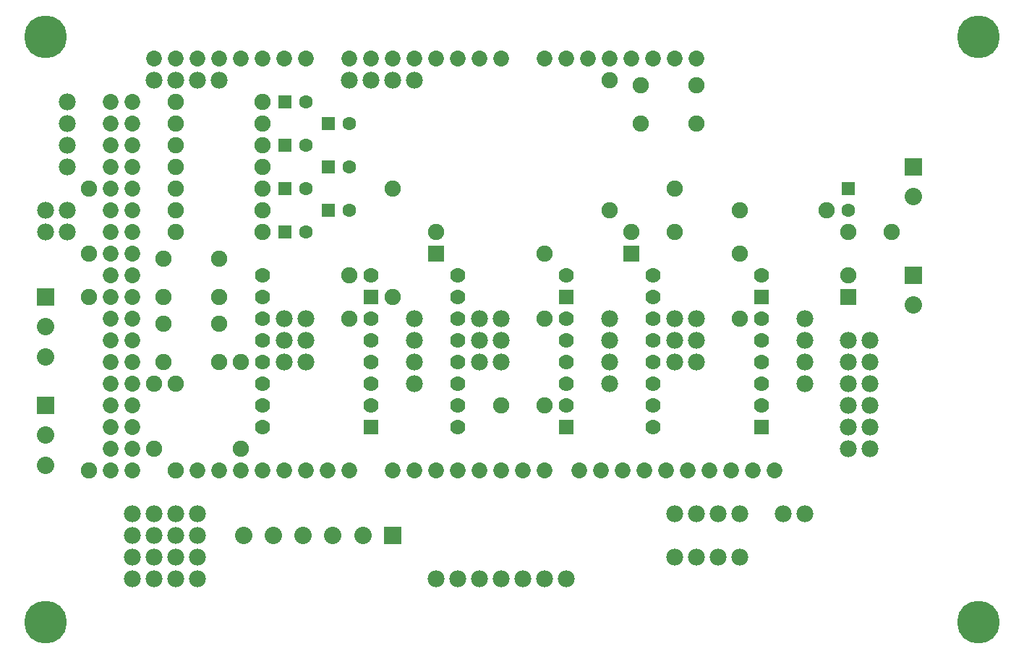
<source format=gtl>
G04 MADE WITH FRITZING*
G04 WWW.FRITZING.ORG*
G04 DOUBLE SIDED*
G04 HOLES PLATED*
G04 CONTOUR ON CENTER OF CONTOUR VECTOR*
%ASAXBY*%
%FSLAX23Y23*%
%MOIN*%
%OFA0B0*%
%SFA1.0B1.0*%
%ADD10C,0.078000*%
%ADD11C,0.075000*%
%ADD12C,0.062992*%
%ADD13C,0.080000*%
%ADD14C,0.072917*%
%ADD15C,0.070000*%
%ADD16C,0.196851*%
%ADD17R,0.062992X0.062992*%
%ADD18R,0.080000X0.080000*%
%ADD19R,0.070000X0.070000*%
%ADD20R,0.075000X0.075000*%
%LNCOPPER1*%
G90*
G70*
G54D10*
X293Y2616D03*
X293Y2516D03*
X293Y2416D03*
X293Y2316D03*
G54D11*
X393Y2216D03*
X393Y1916D03*
X2293Y1216D03*
X2493Y1216D03*
G54D10*
X1893Y2716D03*
X1793Y2716D03*
X1693Y2716D03*
X1593Y2716D03*
X893Y416D03*
X793Y416D03*
X693Y416D03*
X593Y416D03*
X893Y516D03*
X793Y516D03*
X693Y516D03*
X593Y516D03*
X893Y616D03*
X793Y616D03*
X693Y616D03*
X593Y616D03*
X893Y716D03*
X793Y716D03*
X693Y716D03*
X593Y716D03*
G54D11*
X793Y2516D03*
X1193Y2516D03*
G54D12*
X1294Y2616D03*
X1393Y2616D03*
X1494Y2516D03*
X1593Y2516D03*
G54D11*
X793Y2616D03*
X1193Y2616D03*
G54D10*
X993Y2716D03*
X893Y2716D03*
X793Y2716D03*
X693Y2716D03*
G54D11*
X3793Y2116D03*
X3393Y2116D03*
G54D10*
X193Y2116D03*
X193Y2016D03*
X193Y2116D03*
X193Y2016D03*
X293Y2016D03*
X293Y2116D03*
G54D11*
X393Y1716D03*
X393Y916D03*
G54D12*
X3893Y2214D03*
X3893Y2116D03*
G54D11*
X3893Y2016D03*
X4093Y2016D03*
G54D13*
X4193Y2314D03*
X4193Y2177D03*
G54D14*
X1293Y2816D03*
X2893Y2816D03*
X1193Y2816D03*
X1093Y2816D03*
X993Y2816D03*
X893Y2816D03*
X593Y1416D03*
X793Y2816D03*
X693Y2816D03*
X2853Y916D03*
X2293Y2816D03*
X2193Y2816D03*
X2093Y2816D03*
X1993Y2816D03*
X593Y2216D03*
X1893Y2816D03*
X1793Y2816D03*
X1693Y2816D03*
X1593Y2816D03*
X2093Y916D03*
X593Y1016D03*
X593Y1816D03*
X593Y2616D03*
X3253Y916D03*
X2493Y2816D03*
X2493Y916D03*
X593Y1216D03*
X593Y1616D03*
X593Y2016D03*
X893Y916D03*
X593Y2416D03*
X993Y916D03*
X1093Y916D03*
X1193Y916D03*
X1293Y916D03*
X1393Y916D03*
X1493Y916D03*
X1593Y916D03*
X3453Y916D03*
X3053Y916D03*
X2653Y916D03*
X3093Y2816D03*
X2693Y2816D03*
X1893Y916D03*
X2293Y916D03*
X593Y916D03*
X593Y1116D03*
X593Y1316D03*
X593Y1516D03*
X593Y1716D03*
X593Y1916D03*
X593Y2116D03*
X593Y2316D03*
X593Y2516D03*
X3553Y916D03*
X3353Y916D03*
X3153Y916D03*
X2953Y916D03*
X2753Y916D03*
X3193Y2816D03*
X2993Y2816D03*
X2793Y2816D03*
X2593Y2816D03*
X1793Y916D03*
X1993Y916D03*
X2193Y916D03*
X2393Y916D03*
X493Y916D03*
X493Y1016D03*
X493Y1116D03*
X493Y1216D03*
X493Y1316D03*
X493Y1416D03*
X493Y1516D03*
X493Y1616D03*
X493Y1716D03*
X493Y1816D03*
X493Y1916D03*
X493Y2016D03*
X493Y2116D03*
X493Y2216D03*
X493Y2316D03*
X493Y2416D03*
X493Y2516D03*
X493Y2616D03*
X1393Y2816D03*
G54D15*
X2993Y1816D03*
X3493Y1816D03*
X2993Y1716D03*
X3493Y1716D03*
X2993Y1616D03*
X3493Y1616D03*
X2993Y1516D03*
X3493Y1516D03*
X2993Y1416D03*
X3493Y1416D03*
X2993Y1316D03*
X3493Y1316D03*
X2993Y1216D03*
X3493Y1216D03*
X2993Y1116D03*
X3493Y1116D03*
X2093Y1816D03*
X2593Y1816D03*
X2093Y1716D03*
X2593Y1716D03*
X2093Y1616D03*
X2593Y1616D03*
X2093Y1516D03*
X2593Y1516D03*
X2093Y1416D03*
X2593Y1416D03*
X2093Y1316D03*
X2593Y1316D03*
X2093Y1216D03*
X2593Y1216D03*
X2093Y1116D03*
X2593Y1116D03*
X1193Y1816D03*
X1693Y1816D03*
X1193Y1716D03*
X1693Y1716D03*
X1193Y1616D03*
X1693Y1616D03*
X1193Y1516D03*
X1693Y1516D03*
X1193Y1416D03*
X1693Y1416D03*
X1193Y1316D03*
X1693Y1316D03*
X1193Y1216D03*
X1693Y1216D03*
X1193Y1116D03*
X1693Y1116D03*
G54D10*
X3693Y1616D03*
X3693Y1516D03*
X3693Y1416D03*
X3693Y1316D03*
X1893Y1616D03*
X1893Y1516D03*
X1893Y1416D03*
X1893Y1316D03*
X2793Y1616D03*
X2793Y1516D03*
X2793Y1416D03*
X2793Y1316D03*
G54D11*
X3893Y1716D03*
X3893Y1816D03*
X2893Y1916D03*
X2893Y2016D03*
X1993Y1916D03*
X1993Y2016D03*
X2493Y1916D03*
X2493Y1616D03*
X1593Y1816D03*
X1593Y1616D03*
X3393Y1916D03*
X3393Y1616D03*
G54D13*
X193Y1216D03*
X193Y1078D03*
X193Y940D03*
X193Y1716D03*
X193Y1578D03*
X193Y1440D03*
X1793Y616D03*
X1655Y616D03*
X1517Y616D03*
X1379Y616D03*
X1241Y616D03*
X1104Y616D03*
G54D10*
X3393Y716D03*
X3293Y716D03*
X3193Y716D03*
X3093Y716D03*
G54D11*
X2793Y2116D03*
X2793Y2716D03*
G54D10*
X3893Y1516D03*
X3893Y1416D03*
X3893Y1316D03*
X3893Y1216D03*
X3893Y1116D03*
X3893Y1016D03*
X3893Y1516D03*
X3893Y1416D03*
X3893Y1316D03*
X3893Y1216D03*
X3893Y1116D03*
X3893Y1016D03*
X3993Y1016D03*
X3993Y1116D03*
X3993Y1216D03*
X3993Y1316D03*
X3993Y1416D03*
X3993Y1516D03*
X1293Y1616D03*
X1293Y1516D03*
X1293Y1416D03*
X1293Y1616D03*
X1293Y1516D03*
X1293Y1416D03*
X1393Y1416D03*
X1393Y1516D03*
X1393Y1616D03*
X2193Y1616D03*
X2193Y1516D03*
X2193Y1416D03*
X2193Y1616D03*
X2193Y1516D03*
X2193Y1416D03*
X2293Y1416D03*
X2293Y1516D03*
X2293Y1616D03*
X3093Y1616D03*
X3093Y1516D03*
X3093Y1416D03*
X3093Y1616D03*
X3093Y1516D03*
X3093Y1416D03*
X3193Y1416D03*
X3193Y1516D03*
X3193Y1616D03*
G54D11*
X993Y1416D03*
X737Y1416D03*
X993Y1593D03*
X737Y1593D03*
X793Y1316D03*
X793Y916D03*
X693Y1316D03*
X693Y1016D03*
X3193Y2516D03*
X2937Y2516D03*
X3193Y2693D03*
X2937Y2693D03*
G54D10*
X3393Y516D03*
X3293Y516D03*
X3193Y516D03*
X3093Y516D03*
G54D16*
X4493Y2916D03*
X193Y2916D03*
X193Y216D03*
X4493Y216D03*
G54D13*
X4193Y1816D03*
X4193Y1678D03*
G54D11*
X3093Y2216D03*
X3093Y2016D03*
X993Y1716D03*
X737Y1716D03*
X993Y1893D03*
X737Y1893D03*
X1093Y1416D03*
X1093Y1016D03*
X793Y2016D03*
X1193Y2016D03*
X793Y2116D03*
X1193Y2116D03*
X793Y2216D03*
X1193Y2216D03*
X793Y2316D03*
X1193Y2316D03*
X793Y2416D03*
X1193Y2416D03*
G54D12*
X1294Y2016D03*
X1393Y2016D03*
X1494Y2116D03*
X1593Y2116D03*
X1294Y2216D03*
X1393Y2216D03*
X1494Y2316D03*
X1593Y2316D03*
X1294Y2416D03*
X1393Y2416D03*
G54D11*
X1793Y2216D03*
X1793Y1716D03*
G54D10*
X3693Y716D03*
X3593Y716D03*
X2593Y416D03*
X2493Y416D03*
X2393Y416D03*
X2293Y416D03*
X2193Y416D03*
X2093Y416D03*
X1993Y416D03*
G54D17*
X1294Y2616D03*
X1494Y2516D03*
X3893Y2214D03*
G54D18*
X4193Y2314D03*
G54D19*
X3493Y1116D03*
X3493Y1716D03*
X2593Y1116D03*
X2593Y1716D03*
X1693Y1116D03*
X1693Y1716D03*
G54D20*
X3893Y1716D03*
X2893Y1916D03*
X1993Y1916D03*
G54D18*
X193Y1216D03*
X193Y1716D03*
X1793Y616D03*
X4193Y1816D03*
G54D17*
X1294Y2016D03*
X1494Y2116D03*
X1294Y2216D03*
X1494Y2316D03*
X1294Y2416D03*
G04 End of Copper1*
M02*
</source>
